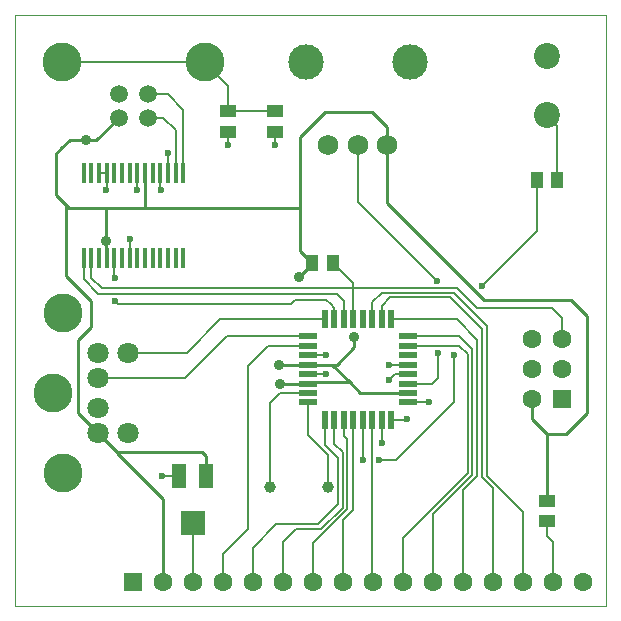
<source format=gtl>
G04 (created by PCBNEW (2013-07-07 BZR 4022)-stable) date 11/10/2013 16:08:40*
%MOIN*%
G04 Gerber Fmt 3.4, Leading zero omitted, Abs format*
%FSLAX34Y34*%
G01*
G70*
G90*
G04 APERTURE LIST*
%ADD10C,0.00590551*%
%ADD11C,0.00393701*%
%ADD12R,0.0551181X0.0433071*%
%ADD13C,0.129921*%
%ADD14C,0.0708661*%
%ADD15C,0.0590551*%
%ADD16R,0.0629921X0.0629921*%
%ADD17C,0.0629921*%
%ADD18R,0.0177165X0.0688976*%
%ADD19R,0.0433071X0.0551181*%
%ADD20R,0.0511811X0.0787402*%
%ADD21R,0.0787402X0.0787402*%
%ADD22C,0.0866142*%
%ADD23R,0.0629921X0.0216535*%
%ADD24R,0.0216535X0.0629921*%
%ADD25C,0.0393701*%
%ADD26C,0.11811*%
%ADD27C,0.0688976*%
%ADD28C,0.0354331*%
%ADD29C,0.023622*%
%ADD30C,0.00984252*%
G04 APERTURE END LIST*
G54D10*
G54D11*
X35433Y-51181D02*
X35433Y-31496D01*
X55118Y-51181D02*
X35433Y-51181D01*
X55118Y-31496D02*
X55118Y-51181D01*
X35433Y-31496D02*
X55118Y-31496D01*
G54D12*
X44094Y-34694D03*
X44094Y-35383D03*
G54D13*
X37007Y-46751D03*
X37007Y-41437D03*
X36692Y-44094D03*
G54D14*
X38188Y-43582D03*
X38188Y-44606D03*
X38188Y-42755D03*
X38188Y-45433D03*
X39173Y-42755D03*
X39173Y-45433D03*
G54D13*
X41740Y-33070D03*
X37000Y-33070D03*
G54D15*
X39862Y-34137D03*
X38877Y-34137D03*
X39862Y-34925D03*
X38877Y-34925D03*
G54D16*
X39350Y-50393D03*
G54D17*
X41350Y-50393D03*
X40350Y-50393D03*
X42350Y-50393D03*
X43350Y-50393D03*
X44350Y-50393D03*
X45350Y-50393D03*
X46350Y-50393D03*
X47350Y-50393D03*
X48350Y-50393D03*
X49350Y-50393D03*
X50350Y-50393D03*
X51350Y-50393D03*
X52350Y-50393D03*
X53350Y-50393D03*
X54350Y-50393D03*
G54D18*
X39242Y-39606D03*
X39498Y-39606D03*
X39753Y-39606D03*
X40009Y-39606D03*
X40265Y-39606D03*
X40521Y-39606D03*
X40777Y-39606D03*
X41033Y-39606D03*
X38986Y-39606D03*
X38730Y-39606D03*
X38474Y-39606D03*
X38218Y-39606D03*
X37962Y-39606D03*
X37706Y-39606D03*
X41033Y-36771D03*
X40777Y-36771D03*
X40521Y-36771D03*
X40265Y-36771D03*
X40009Y-36771D03*
X39753Y-36771D03*
X39498Y-36771D03*
X39242Y-36771D03*
X38986Y-36771D03*
X38730Y-36771D03*
X38474Y-36771D03*
X38218Y-36771D03*
X37962Y-36771D03*
X37706Y-36771D03*
G54D16*
X53649Y-44307D03*
G54D17*
X52649Y-44307D03*
X53649Y-43307D03*
X52649Y-43307D03*
X53649Y-42307D03*
X52649Y-42307D03*
G54D19*
X45324Y-39763D03*
X46013Y-39763D03*
X52805Y-37007D03*
X53494Y-37007D03*
G54D12*
X42519Y-35383D03*
X42519Y-34694D03*
X53149Y-48375D03*
X53149Y-47687D03*
G54D20*
X40885Y-46850D03*
X41791Y-46850D03*
G54D21*
X41338Y-48425D03*
G54D22*
X53149Y-34842D03*
X53149Y-32874D03*
G54D23*
X45177Y-42204D03*
X45177Y-42519D03*
X45177Y-42834D03*
X45177Y-43149D03*
X45177Y-43464D03*
X45177Y-43779D03*
X45177Y-44094D03*
X45177Y-44409D03*
G54D24*
X45748Y-44980D03*
X46062Y-44980D03*
X46377Y-44980D03*
X46692Y-44980D03*
X47007Y-44980D03*
X47322Y-44980D03*
X47637Y-44980D03*
X47952Y-44980D03*
G54D23*
X48523Y-44409D03*
X48523Y-44094D03*
X48523Y-43779D03*
X48523Y-43464D03*
X48523Y-43149D03*
X48523Y-42834D03*
X48523Y-42519D03*
X48523Y-42204D03*
G54D24*
X47952Y-41633D03*
X47637Y-41633D03*
X47322Y-41633D03*
X47007Y-41633D03*
X46692Y-41633D03*
X46377Y-41633D03*
X46062Y-41633D03*
X45748Y-41633D03*
G54D25*
X43921Y-47244D03*
X45842Y-47244D03*
G54D26*
X48582Y-33070D03*
X45118Y-33070D03*
G54D27*
X45866Y-35826D03*
X46850Y-35826D03*
X47834Y-35826D03*
G54D28*
X44212Y-43149D03*
X44251Y-43779D03*
X44881Y-40236D03*
X46732Y-42244D03*
X38464Y-39015D03*
X37795Y-35669D03*
G54D29*
X40275Y-37322D03*
X39488Y-37322D03*
X38464Y-37322D03*
X45787Y-43464D03*
X45787Y-42834D03*
X47874Y-43149D03*
X40314Y-46850D03*
X39251Y-38976D03*
X44094Y-35826D03*
X42519Y-35826D03*
X48503Y-44960D03*
X47637Y-45748D03*
X49488Y-40354D03*
X49527Y-42755D03*
X47874Y-43661D03*
X40511Y-36102D03*
X50984Y-40511D03*
X50039Y-42834D03*
X47559Y-46338D03*
X47007Y-46338D03*
X49212Y-44409D03*
X38740Y-41023D03*
X38740Y-40275D03*
G54D30*
X44212Y-43149D02*
X45177Y-43149D01*
X44251Y-43779D02*
X45177Y-43779D01*
X45905Y-43149D02*
X46141Y-43149D01*
X45324Y-39793D02*
X45324Y-39763D01*
X44881Y-40236D02*
X45324Y-39793D01*
X46732Y-42559D02*
X46732Y-42244D01*
X46141Y-43149D02*
X46732Y-42559D01*
X45177Y-43149D02*
X45905Y-43149D01*
X45905Y-43149D02*
X45984Y-43149D01*
X45984Y-43149D02*
X46574Y-43740D01*
X45177Y-43779D02*
X45216Y-43740D01*
X46929Y-44094D02*
X48523Y-44094D01*
X46574Y-43740D02*
X46929Y-44094D01*
X45216Y-43740D02*
X46574Y-43740D01*
X51889Y-40984D02*
X51062Y-40984D01*
X53779Y-45472D02*
X54488Y-44763D01*
X54488Y-44763D02*
X54488Y-41535D01*
X54488Y-41535D02*
X53937Y-40984D01*
X53937Y-40984D02*
X51889Y-40984D01*
X53149Y-45472D02*
X53779Y-45472D01*
X47834Y-37755D02*
X47834Y-35826D01*
X51062Y-40984D02*
X47834Y-37755D01*
X53149Y-47687D02*
X53149Y-45472D01*
X52649Y-44972D02*
X52649Y-44307D01*
X53149Y-45472D02*
X52649Y-44972D01*
X40350Y-50393D02*
X40350Y-47633D01*
X38818Y-46102D02*
X38818Y-46062D01*
X40350Y-47633D02*
X38818Y-46102D01*
X41791Y-46850D02*
X41791Y-46200D01*
X38818Y-46062D02*
X38188Y-45433D01*
X41653Y-46062D02*
X38818Y-46062D01*
X41791Y-46200D02*
X41653Y-46062D01*
X38188Y-45433D02*
X37519Y-44763D01*
X37125Y-40196D02*
X37125Y-37834D01*
X37952Y-41023D02*
X37125Y-40196D01*
X37952Y-41889D02*
X37952Y-41023D01*
X37519Y-42322D02*
X37952Y-41889D01*
X37519Y-42362D02*
X37519Y-42322D01*
X37519Y-44763D02*
X37519Y-42362D01*
X38474Y-39606D02*
X38464Y-39596D01*
X38464Y-39596D02*
X38464Y-39015D01*
X38464Y-39015D02*
X38464Y-37913D01*
X39753Y-36771D02*
X39763Y-36781D01*
X39763Y-36781D02*
X39763Y-37913D01*
X36968Y-35944D02*
X37244Y-35669D01*
X38133Y-35669D02*
X38877Y-34925D01*
X37244Y-35669D02*
X37795Y-35669D01*
X37795Y-35669D02*
X38133Y-35669D01*
X36771Y-36338D02*
X36771Y-36141D01*
X37204Y-37913D02*
X37125Y-37834D01*
X37125Y-37834D02*
X36771Y-37480D01*
X36771Y-37480D02*
X36771Y-36338D01*
X44921Y-37913D02*
X39763Y-37913D01*
X39763Y-37913D02*
X38464Y-37913D01*
X38464Y-37913D02*
X37204Y-37913D01*
X36771Y-36141D02*
X36968Y-35944D01*
X36968Y-35944D02*
X37007Y-35905D01*
X47834Y-35826D02*
X47834Y-35236D01*
X47834Y-35236D02*
X47322Y-34724D01*
X47322Y-34724D02*
X45748Y-34724D01*
X45748Y-34724D02*
X44921Y-35551D01*
X44921Y-35551D02*
X44921Y-37913D01*
X44921Y-39360D02*
X45324Y-39763D01*
X44921Y-37913D02*
X44921Y-39360D01*
G54D10*
X40265Y-36771D02*
X40265Y-37312D01*
X40265Y-37312D02*
X40275Y-37322D01*
X39498Y-36771D02*
X39498Y-37312D01*
X39498Y-37312D02*
X39488Y-37322D01*
X38474Y-36771D02*
X38474Y-37312D01*
X38474Y-37312D02*
X38464Y-37322D01*
X45177Y-43464D02*
X45787Y-43464D01*
X45177Y-42834D02*
X45787Y-42834D01*
X48523Y-43149D02*
X47874Y-43149D01*
X40885Y-46850D02*
X40314Y-46850D01*
X39242Y-39606D02*
X39242Y-38986D01*
X39242Y-38986D02*
X39251Y-38976D01*
X38218Y-36771D02*
X38474Y-36771D01*
X44094Y-35383D02*
X44094Y-35826D01*
X42519Y-35383D02*
X42519Y-35826D01*
X46377Y-44980D02*
X46377Y-45511D01*
X45350Y-49098D02*
X45350Y-50393D01*
X46496Y-47952D02*
X45350Y-49098D01*
X46496Y-45629D02*
X46496Y-47952D01*
X46377Y-45511D02*
X46496Y-45629D01*
X46692Y-44980D02*
X46692Y-47992D01*
X46350Y-48334D02*
X46350Y-50393D01*
X46692Y-47992D02*
X46350Y-48334D01*
X47322Y-44980D02*
X47322Y-50366D01*
X47322Y-50366D02*
X47350Y-50393D01*
X48523Y-42519D02*
X50236Y-42519D01*
X48350Y-48933D02*
X48350Y-50393D01*
X50511Y-46771D02*
X48350Y-48933D01*
X50511Y-42795D02*
X50511Y-46771D01*
X50236Y-42519D02*
X50511Y-42795D01*
X49350Y-50393D02*
X49350Y-48129D01*
X50236Y-42204D02*
X48523Y-42204D01*
X50669Y-42637D02*
X50236Y-42204D01*
X50669Y-46811D02*
X50669Y-42637D01*
X49350Y-48129D02*
X50669Y-46811D01*
X47952Y-41633D02*
X50137Y-41633D01*
X50350Y-47326D02*
X50350Y-50393D01*
X50826Y-46850D02*
X50350Y-47326D01*
X50826Y-42322D02*
X50826Y-46850D01*
X50137Y-41633D02*
X50826Y-42322D01*
X51350Y-50393D02*
X51350Y-47255D01*
X47637Y-41181D02*
X47637Y-41633D01*
X47913Y-40905D02*
X47637Y-41181D01*
X49921Y-40905D02*
X47913Y-40905D01*
X50984Y-41968D02*
X49921Y-40905D01*
X50984Y-46889D02*
X50984Y-41968D01*
X51350Y-47255D02*
X50984Y-46889D01*
X47322Y-41633D02*
X47322Y-41062D01*
X52350Y-48059D02*
X52350Y-50393D01*
X51141Y-46850D02*
X52350Y-48059D01*
X51141Y-41850D02*
X51141Y-46850D01*
X47322Y-41062D02*
X47637Y-40748D01*
X50039Y-40748D02*
X51141Y-41850D01*
X47637Y-40748D02*
X50039Y-40748D01*
X44350Y-50393D02*
X44350Y-49074D01*
X46062Y-45787D02*
X46062Y-44980D01*
X46338Y-46062D02*
X46062Y-45787D01*
X46338Y-47913D02*
X46338Y-46062D01*
X45629Y-48622D02*
X46338Y-47913D01*
X44803Y-48622D02*
X45629Y-48622D01*
X44350Y-49074D02*
X44803Y-48622D01*
X42350Y-50393D02*
X42350Y-49460D01*
X43858Y-42519D02*
X45177Y-42519D01*
X43188Y-43188D02*
X43858Y-42519D01*
X43188Y-48622D02*
X43188Y-43188D01*
X42350Y-49460D02*
X43188Y-48622D01*
X45748Y-44980D02*
X45748Y-45826D01*
X43350Y-49248D02*
X44133Y-48464D01*
X44133Y-48464D02*
X45511Y-48464D01*
X45511Y-48464D02*
X46181Y-47795D01*
X43350Y-49248D02*
X43350Y-50393D01*
X46181Y-46259D02*
X46181Y-47795D01*
X45748Y-45826D02*
X46181Y-46259D01*
X48503Y-44960D02*
X48484Y-44980D01*
X48484Y-44980D02*
X47952Y-44980D01*
X47637Y-45748D02*
X47637Y-44980D01*
X39173Y-42755D02*
X41141Y-42755D01*
X42263Y-41633D02*
X45748Y-41633D01*
X41141Y-42755D02*
X42263Y-41633D01*
X53494Y-37007D02*
X53494Y-35187D01*
X53494Y-35187D02*
X53149Y-34842D01*
X38188Y-43582D02*
X41102Y-43582D01*
X42480Y-42204D02*
X45177Y-42204D01*
X41102Y-43582D02*
X42480Y-42204D01*
X41338Y-48425D02*
X41338Y-50381D01*
X41338Y-50381D02*
X41350Y-50393D01*
X48523Y-43779D02*
X49330Y-43779D01*
X46850Y-37716D02*
X46850Y-35826D01*
X49488Y-40354D02*
X46850Y-37716D01*
X49527Y-43582D02*
X49527Y-42755D01*
X49330Y-43779D02*
X49527Y-43582D01*
X48070Y-43464D02*
X48523Y-43464D01*
X47874Y-43661D02*
X48070Y-43464D01*
X40521Y-36112D02*
X40521Y-36771D01*
X40511Y-36102D02*
X40521Y-36112D01*
X53149Y-48375D02*
X53149Y-48858D01*
X53350Y-49059D02*
X53350Y-50393D01*
X53149Y-48858D02*
X53350Y-49059D01*
X42519Y-34694D02*
X44094Y-34694D01*
X41740Y-33070D02*
X42519Y-33850D01*
X42519Y-33850D02*
X42519Y-34694D01*
X41740Y-33070D02*
X37000Y-33070D01*
X45177Y-44094D02*
X44251Y-44094D01*
X43921Y-44425D02*
X43921Y-47244D01*
X44251Y-44094D02*
X43921Y-44425D01*
X45177Y-44409D02*
X45177Y-45492D01*
X45842Y-46157D02*
X45842Y-47244D01*
X45177Y-45492D02*
X45842Y-46157D01*
X39862Y-34925D02*
X40358Y-34925D01*
X40777Y-35344D02*
X40777Y-36771D01*
X40358Y-34925D02*
X40777Y-35344D01*
X39862Y-34137D02*
X40515Y-34137D01*
X41033Y-34655D02*
X41033Y-36771D01*
X40515Y-34137D02*
X41033Y-34655D01*
X50984Y-40511D02*
X52805Y-38690D01*
X47007Y-44980D02*
X47007Y-46338D01*
X50039Y-44409D02*
X50039Y-42834D01*
X48110Y-46338D02*
X50039Y-44409D01*
X47559Y-46338D02*
X48110Y-46338D01*
X52805Y-38690D02*
X52805Y-37007D01*
X46013Y-39763D02*
X46692Y-40442D01*
X46692Y-40442D02*
X46692Y-40590D01*
X47204Y-40590D02*
X47598Y-40590D01*
X50157Y-40590D02*
X50826Y-41259D01*
X50039Y-40590D02*
X50157Y-40590D01*
X47598Y-40590D02*
X50039Y-40590D01*
X47204Y-40590D02*
X46692Y-40590D01*
X53307Y-41259D02*
X53649Y-41602D01*
X50826Y-41259D02*
X53307Y-41259D01*
X46692Y-41633D02*
X46692Y-40590D01*
X53649Y-42307D02*
X53649Y-41602D01*
X46692Y-40590D02*
X46377Y-40590D01*
X37962Y-39606D02*
X37962Y-40246D01*
X38307Y-40590D02*
X46377Y-40590D01*
X37962Y-40246D02*
X38307Y-40590D01*
X46377Y-40590D02*
X46417Y-40590D01*
X48523Y-44409D02*
X49212Y-44409D01*
X44606Y-41141D02*
X44763Y-40984D01*
X45787Y-40984D02*
X45944Y-41141D01*
X44763Y-40984D02*
X45787Y-40984D01*
X38730Y-39606D02*
X38730Y-40265D01*
X46062Y-41259D02*
X46062Y-41633D01*
X45944Y-41141D02*
X46062Y-41259D01*
X38858Y-41141D02*
X44606Y-41141D01*
X38740Y-41023D02*
X38858Y-41141D01*
X38730Y-40265D02*
X38740Y-40275D01*
X37706Y-39606D02*
X37706Y-40305D01*
X46377Y-41023D02*
X46377Y-41633D01*
X46141Y-40787D02*
X46377Y-41023D01*
X38188Y-40787D02*
X46141Y-40787D01*
X37706Y-40305D02*
X38188Y-40787D01*
M02*

</source>
